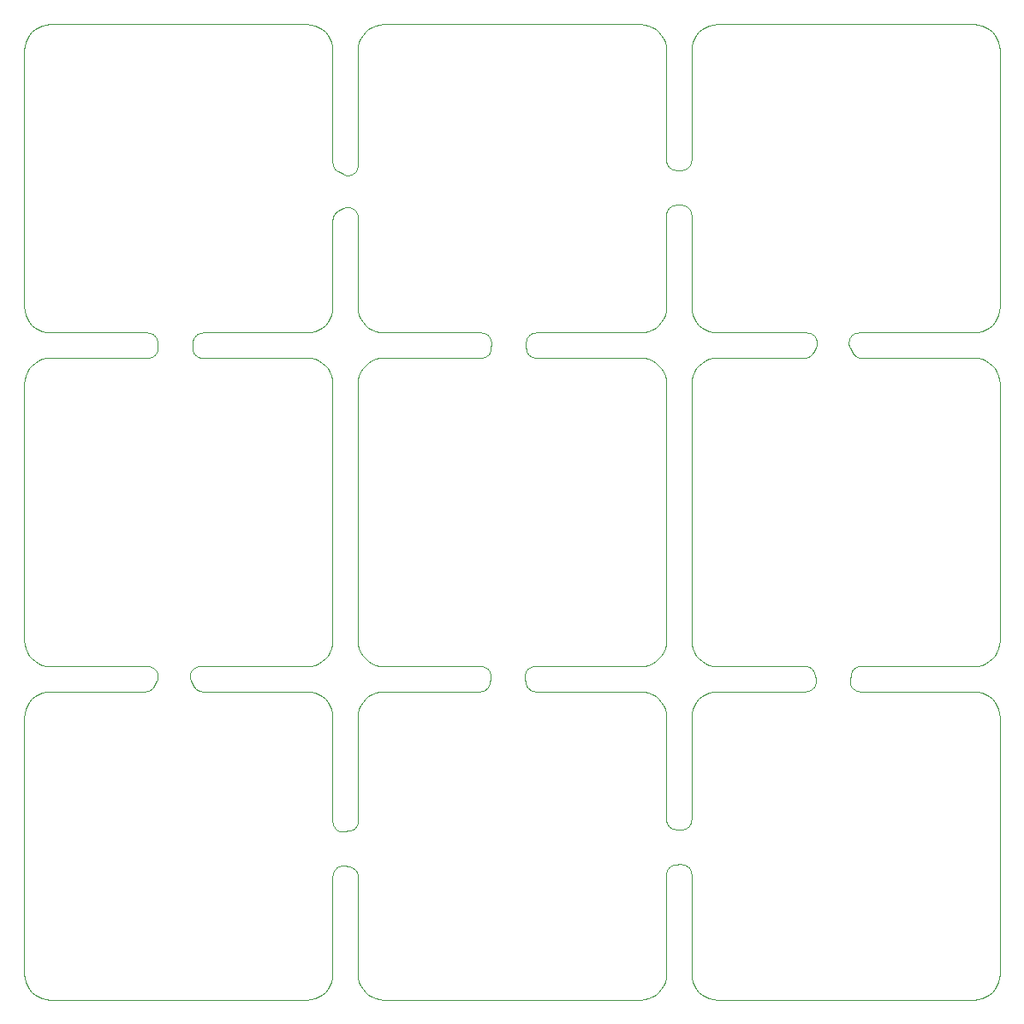
<source format=gko>
%MOIN*%
%OFA0B0*%
%FSLAX44Y44*%
%IPPOS*%
%LPD*%
%ADD10C,0*%
D10*
X00024984Y00011000D02*
X00024984Y00011000D01*
X00024971Y00011156D01*
X00024935Y00011309D01*
X00024875Y00011453D01*
X00024793Y00011587D01*
X00024691Y00011707D01*
X00024572Y00011809D01*
X00024438Y00011891D01*
X00024293Y00011951D01*
X00024140Y00011987D01*
X00023984Y00012000D01*
X00019907Y00012000D01*
X00019880Y00012000D01*
X00019853Y00012003D01*
X00019826Y00012008D01*
X00019799Y00012015D01*
X00019773Y00012023D01*
X00019747Y00012033D01*
X00019723Y00012045D01*
X00019699Y00012059D01*
X00019676Y00012074D01*
X00019655Y00012091D01*
X00019634Y00012110D01*
X00019615Y00012129D01*
X00019597Y00012150D01*
X00019581Y00012173D01*
X00019567Y00012196D01*
X00019554Y00012220D01*
X00019542Y00012245D01*
X00019533Y00012271D01*
X00019525Y00012297D01*
X00019520Y00012324D01*
X00019485Y00012521D01*
X00019480Y00012555D01*
X00019478Y00012589D01*
X00019480Y00012624D01*
X00019484Y00012658D01*
X00019492Y00012691D01*
X00019502Y00012724D01*
X00019515Y00012756D01*
X00019531Y00012786D01*
X00019549Y00012815D01*
X00019570Y00012843D01*
X00019593Y00012868D01*
X00019619Y00012891D01*
X00019646Y00012912D01*
X00019675Y00012931D01*
X00019705Y00012947D01*
X00019737Y00012960D01*
X00019770Y00012970D01*
X00019804Y00012978D01*
X00019838Y00012982D01*
X00019872Y00012984D01*
X00023984Y00012984D01*
X00024140Y00012996D01*
X00024293Y00013033D01*
X00024438Y00013093D01*
X00024572Y00013175D01*
X00024691Y00013277D01*
X00024793Y00013396D01*
X00024875Y00013530D01*
X00024935Y00013675D01*
X00024971Y00013827D01*
X00024984Y00013984D01*
X00024984Y00023984D01*
X00024971Y00024140D01*
X00024935Y00024293D01*
X00024875Y00024438D01*
X00024793Y00024572D01*
X00024691Y00024691D01*
X00024572Y00024793D01*
X00024438Y00024875D01*
X00024293Y00024935D01*
X00024140Y00024971D01*
X00023984Y00024984D01*
X00019926Y00024984D01*
X00019895Y00024985D01*
X00019865Y00024988D01*
X00019835Y00024994D01*
X00019806Y00025002D01*
X00019778Y00025013D01*
X00019750Y00025025D01*
X00019723Y00025040D01*
X00019698Y00025056D01*
X00019674Y00025075D01*
X00019651Y00025095D01*
X00019630Y00025117D01*
X00019611Y00025140D01*
X00019594Y00025165D01*
X00019578Y00025192D01*
X00019565Y00025219D01*
X00019554Y00025247D01*
X00019545Y00025276D01*
X00019538Y00025306D01*
X00019534Y00025336D01*
X00019532Y00025366D01*
X00019526Y00025563D01*
X00019526Y00025594D01*
X00019529Y00025626D01*
X00019535Y00025657D01*
X00019542Y00025687D01*
X00019553Y00025717D01*
X00019565Y00025746D01*
X00019580Y00025774D01*
X00019597Y00025800D01*
X00019616Y00025825D01*
X00019637Y00025849D01*
X00019660Y00025870D01*
X00019685Y00025890D01*
X00019711Y00025908D01*
X00019738Y00025923D01*
X00019766Y00025937D01*
X00019796Y00025948D01*
X00019826Y00025957D01*
X00019857Y00025963D01*
X00019888Y00025967D01*
X00019920Y00025968D01*
X00023984Y00025968D01*
X00024140Y00025980D01*
X00024293Y00026017D01*
X00024438Y00026077D01*
X00024572Y00026159D01*
X00024691Y00026261D01*
X00024793Y00026380D01*
X00024875Y00026514D01*
X00024935Y00026659D01*
X00024971Y00026812D01*
X00024984Y00026968D01*
X00024984Y00030542D01*
X00024985Y00030573D01*
X00024989Y00030604D01*
X00024995Y00030634D01*
X00025003Y00030664D01*
X00025014Y00030693D01*
X00025027Y00030721D01*
X00025042Y00030748D01*
X00025059Y00030774D01*
X00025078Y00030798D01*
X00025099Y00030821D01*
X00025122Y00030842D01*
X00025146Y00030861D01*
X00025172Y00030878D01*
X00025199Y00030893D01*
X00025227Y00030906D01*
X00025256Y00030917D01*
X00025286Y00030925D01*
X00025316Y00030931D01*
X00025347Y00030935D01*
X00025378Y00030936D01*
X00025574Y00030936D01*
X00025605Y00030935D01*
X00025636Y00030931D01*
X00025666Y00030925D01*
X00025696Y00030917D01*
X00025725Y00030906D01*
X00025753Y00030893D01*
X00025780Y00030878D01*
X00025806Y00030861D01*
X00025830Y00030842D01*
X00025853Y00030821D01*
X00025874Y00030798D01*
X00025893Y00030774D01*
X00025910Y00030748D01*
X00025925Y00030721D01*
X00025938Y00030693D01*
X00025949Y00030664D01*
X00025957Y00030634D01*
X00025963Y00030604D01*
X00025967Y00030573D01*
X00025968Y00030542D01*
X00025968Y00026968D01*
X00025980Y00026812D01*
X00026017Y00026659D01*
X00026077Y00026514D01*
X00026159Y00026380D01*
X00026261Y00026261D01*
X00026380Y00026159D01*
X00026514Y00026077D01*
X00026659Y00026017D01*
X00026812Y00025980D01*
X00026968Y00025968D01*
X00030456Y00025968D01*
X00030497Y00025966D01*
X00030537Y00025960D01*
X00030576Y00025949D01*
X00030613Y00025935D01*
X00030650Y00025917D01*
X00030684Y00025896D01*
X00030715Y00025871D01*
X00030744Y00025843D01*
X00030770Y00025812D01*
X00030793Y00025778D01*
X00030812Y00025743D01*
X00030828Y00025705D01*
X00030839Y00025667D01*
X00030846Y00025627D01*
X00030850Y00025587D01*
X00030849Y00025546D01*
X00030844Y00025506D01*
X00030835Y00025467D01*
X00030822Y00025429D01*
X00030805Y00025392D01*
X00030702Y00025195D01*
X00030692Y00025176D01*
X00030680Y00025158D01*
X00030668Y00025141D01*
X00030655Y00025124D01*
X00030640Y00025108D01*
X00030625Y00025093D01*
X00030609Y00025078D01*
X00030593Y00025065D01*
X00030575Y00025052D01*
X00030557Y00025041D01*
X00030539Y00025030D01*
X00030519Y00025021D01*
X00030500Y00025012D01*
X00030480Y00025005D01*
X00030459Y00024998D01*
X00030438Y00024993D01*
X00030417Y00024989D01*
X00030396Y00024986D01*
X00030375Y00024984D01*
X00030353Y00024984D01*
X00026968Y00024984D01*
X00026812Y00024971D01*
X00026659Y00024935D01*
X00026514Y00024875D01*
X00026380Y00024793D01*
X00026261Y00024691D01*
X00026159Y00024572D01*
X00026077Y00024438D01*
X00026017Y00024293D01*
X00025980Y00024140D01*
X00025968Y00023984D01*
X00025968Y00013984D01*
X00025980Y00013827D01*
X00026017Y00013675D01*
X00026077Y00013530D01*
X00026159Y00013396D01*
X00026261Y00013277D01*
X00026380Y00013175D01*
X00026514Y00013093D01*
X00026659Y00013033D01*
X00026812Y00012996D01*
X00026968Y00012984D01*
X00030383Y00012984D01*
X00030411Y00012983D01*
X00030438Y00012980D01*
X00030466Y00012975D01*
X00030493Y00012968D01*
X00030519Y00012959D01*
X00030545Y00012949D01*
X00030570Y00012937D01*
X00030594Y00012922D01*
X00030617Y00012907D01*
X00030639Y00012889D01*
X00030659Y00012871D01*
X00030678Y00012850D01*
X00030696Y00012829D01*
X00030712Y00012806D01*
X00030726Y00012782D01*
X00030739Y00012758D01*
X00030750Y00012732D01*
X00030759Y00012706D01*
X00030766Y00012679D01*
X00030772Y00012652D01*
X00030803Y00012455D01*
X00030807Y00012421D01*
X00030808Y00012387D01*
X00030806Y00012353D01*
X00030801Y00012319D01*
X00030793Y00012286D01*
X00030782Y00012254D01*
X00030769Y00012223D01*
X00030753Y00012193D01*
X00030734Y00012164D01*
X00030713Y00012138D01*
X00030690Y00012113D01*
X00030665Y00012090D01*
X00030638Y00012069D01*
X00030609Y00012051D01*
X00030579Y00012036D01*
X00030547Y00012023D01*
X00030515Y00012013D01*
X00030482Y00012005D01*
X00030448Y00012001D01*
X00030414Y00012000D01*
X00026968Y00012000D01*
X00026812Y00011987D01*
X00026659Y00011951D01*
X00026514Y00011891D01*
X00026380Y00011809D01*
X00026261Y00011707D01*
X00026159Y00011587D01*
X00026077Y00011453D01*
X00026017Y00011309D01*
X00025980Y00011156D01*
X00025968Y00011000D01*
X00025968Y00007016D01*
X00025967Y00006984D01*
X00025963Y00006953D01*
X00025957Y00006922D01*
X00025948Y00006892D01*
X00025937Y00006863D01*
X00025923Y00006834D01*
X00025908Y00006807D01*
X00025890Y00006781D01*
X00025870Y00006756D01*
X00025849Y00006733D01*
X00025825Y00006712D01*
X00025800Y00006693D01*
X00025774Y00006676D01*
X00025746Y00006662D01*
X00025717Y00006649D01*
X00025687Y00006639D01*
X00025657Y00006631D01*
X00025626Y00006626D01*
X00025594Y00006623D01*
X00025563Y00006622D01*
X00025366Y00006628D01*
X00025336Y00006630D01*
X00025306Y00006635D01*
X00025276Y00006641D01*
X00025247Y00006650D01*
X00025219Y00006661D01*
X00025191Y00006675D01*
X00025165Y00006690D01*
X00025140Y00006707D01*
X00025117Y00006727D01*
X00025095Y00006748D01*
X00025075Y00006770D01*
X00025056Y00006794D01*
X00025040Y00006820D01*
X00025025Y00006846D01*
X00025013Y00006874D01*
X00025002Y00006902D01*
X00024994Y00006932D01*
X00024988Y00006961D01*
X00024985Y00006991D01*
X00024984Y00007022D01*
X00024984Y00011000D01*
X00011999Y00011000D02*
X00011999Y00011000D01*
X00011987Y00011156D01*
X00011951Y00011309D01*
X00011891Y00011453D01*
X00011809Y00011587D01*
X00011707Y00011707D01*
X00011587Y00011809D01*
X00011453Y00011891D01*
X00011309Y00011951D01*
X00011156Y00011987D01*
X00011000Y00012000D01*
X00006937Y00012000D01*
X00006915Y00012000D01*
X00006894Y00012002D01*
X00006873Y00012005D01*
X00006852Y00012009D01*
X00006831Y00012014D01*
X00006810Y00012020D01*
X00006790Y00012028D01*
X00006770Y00012036D01*
X00006751Y00012046D01*
X00006732Y00012057D01*
X00006714Y00012068D01*
X00006697Y00012081D01*
X00006680Y00012095D01*
X00006664Y00012109D01*
X00006649Y00012124D01*
X00006635Y00012141D01*
X00006622Y00012157D01*
X00006609Y00012175D01*
X00006598Y00012193D01*
X00006587Y00012212D01*
X00006485Y00012409D01*
X00006469Y00012446D01*
X00006456Y00012484D01*
X00006447Y00012523D01*
X00006442Y00012563D01*
X00006441Y00012603D01*
X00006445Y00012644D01*
X00006452Y00012683D01*
X00006464Y00012722D01*
X00006479Y00012759D01*
X00006498Y00012795D01*
X00006521Y00012828D01*
X00006547Y00012859D01*
X00006576Y00012887D01*
X00006608Y00012912D01*
X00006642Y00012933D01*
X00006678Y00012951D01*
X00006716Y00012965D01*
X00006755Y00012976D01*
X00006794Y00012982D01*
X00006835Y00012984D01*
X00011000Y00012984D01*
X00011156Y00012996D01*
X00011309Y00013033D01*
X00011453Y00013093D01*
X00011587Y00013175D01*
X00011707Y00013277D01*
X00011809Y00013396D01*
X00011891Y00013530D01*
X00011951Y00013675D01*
X00011987Y00013827D01*
X00011999Y00013984D01*
X00011999Y00023984D01*
X00011987Y00024140D01*
X00011951Y00024293D01*
X00011891Y00024438D01*
X00011809Y00024572D01*
X00011707Y00024691D01*
X00011587Y00024793D01*
X00011453Y00024875D01*
X00011309Y00024935D01*
X00011156Y00024971D01*
X00011000Y00024984D01*
X00006930Y00024984D01*
X00006897Y00024985D01*
X00006865Y00024989D01*
X00006833Y00024996D01*
X00006801Y00025005D01*
X00006771Y00025017D01*
X00006741Y00025032D01*
X00006713Y00025049D01*
X00006687Y00025068D01*
X00006662Y00025089D01*
X00006639Y00025112D01*
X00006618Y00025138D01*
X00006599Y00025164D01*
X00006582Y00025193D01*
X00006568Y00025222D01*
X00006556Y00025253D01*
X00006547Y00025284D01*
X00006541Y00025316D01*
X00006537Y00025349D01*
X00006536Y00025382D01*
X00006538Y00025414D01*
X00006556Y00025611D01*
X00006560Y00025640D01*
X00006566Y00025668D01*
X00006574Y00025696D01*
X00006584Y00025724D01*
X00006596Y00025750D01*
X00006610Y00025776D01*
X00006626Y00025800D01*
X00006643Y00025823D01*
X00006663Y00025845D01*
X00006683Y00025865D01*
X00006706Y00025884D01*
X00006729Y00025901D01*
X00006754Y00025917D01*
X00006780Y00025930D01*
X00006806Y00025941D01*
X00006834Y00025951D01*
X00006862Y00025958D01*
X00006890Y00025964D01*
X00006919Y00025967D01*
X00006948Y00025968D01*
X00011000Y00025968D01*
X00011156Y00025980D01*
X00011309Y00026017D01*
X00011453Y00026077D01*
X00011587Y00026159D01*
X00011707Y00026261D01*
X00011809Y00026380D01*
X00011891Y00026514D01*
X00011951Y00026659D01*
X00011987Y00026812D01*
X00011999Y00026968D01*
X00011999Y00030354D01*
X00012000Y00030375D01*
X00012002Y00030397D01*
X00012005Y00030418D01*
X00012009Y00030439D01*
X00012014Y00030460D01*
X00012020Y00030480D01*
X00012028Y00030501D01*
X00012036Y00030520D01*
X00012046Y00030539D01*
X00012057Y00030558D01*
X00012068Y00030576D01*
X00012081Y00030594D01*
X00012095Y00030610D01*
X00012109Y00030626D01*
X00012124Y00030641D01*
X00012141Y00030656D01*
X00012157Y00030669D01*
X00012175Y00030681D01*
X00012193Y00030693D01*
X00012212Y00030703D01*
X00012409Y00030805D01*
X00012446Y00030822D01*
X00012484Y00030835D01*
X00012523Y00030844D01*
X00012563Y00030849D01*
X00012603Y00030849D01*
X00012644Y00030846D01*
X00012683Y00030838D01*
X00012722Y00030827D01*
X00012759Y00030811D01*
X00012795Y00030792D01*
X00012828Y00030769D01*
X00012859Y00030744D01*
X00012887Y00030715D01*
X00012912Y00030683D01*
X00012933Y00030649D01*
X00012951Y00030613D01*
X00012965Y00030575D01*
X00012976Y00030536D01*
X00012982Y00030496D01*
X00012984Y00030456D01*
X00012984Y00026968D01*
X00012996Y00026812D01*
X00013033Y00026659D01*
X00013093Y00026514D01*
X00013175Y00026380D01*
X00013277Y00026261D01*
X00013396Y00026159D01*
X00013530Y00026077D01*
X00013675Y00026017D01*
X00013827Y00025980D01*
X00013984Y00025968D01*
X00017778Y00025968D01*
X00017810Y00025967D01*
X00017841Y00025963D01*
X00017872Y00025957D01*
X00017902Y00025948D01*
X00017932Y00025937D01*
X00017960Y00025923D01*
X00017987Y00025908D01*
X00018013Y00025890D01*
X00018038Y00025870D01*
X00018061Y00025849D01*
X00018082Y00025825D01*
X00018101Y00025800D01*
X00018118Y00025774D01*
X00018133Y00025746D01*
X00018145Y00025717D01*
X00018155Y00025687D01*
X00018163Y00025657D01*
X00018169Y00025626D01*
X00018171Y00025594D01*
X00018172Y00025563D01*
X00018166Y00025366D01*
X00018164Y00025336D01*
X00018159Y00025306D01*
X00018153Y00025276D01*
X00018144Y00025247D01*
X00018133Y00025219D01*
X00018119Y00025192D01*
X00018104Y00025165D01*
X00018087Y00025140D01*
X00018068Y00025117D01*
X00018047Y00025095D01*
X00018024Y00025075D01*
X00018000Y00025056D01*
X00017975Y00025040D01*
X00017948Y00025025D01*
X00017920Y00025013D01*
X00017892Y00025002D01*
X00017863Y00024994D01*
X00017833Y00024988D01*
X00017803Y00024985D01*
X00017772Y00024984D01*
X00013984Y00024984D01*
X00013827Y00024971D01*
X00013675Y00024935D01*
X00013530Y00024875D01*
X00013396Y00024793D01*
X00013277Y00024691D01*
X00013175Y00024572D01*
X00013093Y00024438D01*
X00013033Y00024293D01*
X00012996Y00024140D01*
X00012984Y00023984D01*
X00012984Y00013984D01*
X00012996Y00013827D01*
X00013033Y00013675D01*
X00013093Y00013530D01*
X00013175Y00013396D01*
X00013277Y00013277D01*
X00013396Y00013175D01*
X00013530Y00013093D01*
X00013675Y00013033D01*
X00013827Y00012996D01*
X00013984Y00012984D01*
X00017762Y00012984D01*
X00017796Y00012982D01*
X00017830Y00012978D01*
X00017864Y00012970D01*
X00017896Y00012960D01*
X00017928Y00012947D01*
X00017959Y00012931D01*
X00017988Y00012912D01*
X00018015Y00012891D01*
X00018040Y00012868D01*
X00018063Y00012843D01*
X00018084Y00012815D01*
X00018103Y00012786D01*
X00018119Y00012756D01*
X00018132Y00012724D01*
X00018142Y00012691D01*
X00018149Y00012658D01*
X00018154Y00012624D01*
X00018155Y00012589D01*
X00018154Y00012555D01*
X00018149Y00012521D01*
X00018114Y00012324D01*
X00018108Y00012297D01*
X00018101Y00012271D01*
X00018091Y00012245D01*
X00018080Y00012220D01*
X00018067Y00012196D01*
X00018052Y00012173D01*
X00018036Y00012150D01*
X00018019Y00012129D01*
X00017999Y00012110D01*
X00017979Y00012091D01*
X00017957Y00012074D01*
X00017935Y00012059D01*
X00017911Y00012045D01*
X00017886Y00012033D01*
X00017861Y00012023D01*
X00017835Y00012015D01*
X00017808Y00012008D01*
X00017781Y00012003D01*
X00017754Y00012000D01*
X00017726Y00012000D01*
X00013984Y00012000D01*
X00013827Y00011987D01*
X00013675Y00011951D01*
X00013530Y00011891D01*
X00013396Y00011809D01*
X00013277Y00011707D01*
X00013175Y00011587D01*
X00013093Y00011453D01*
X00013033Y00011309D01*
X00012996Y00011156D01*
X00012984Y00011000D01*
X00012984Y00006962D01*
X00012983Y00006934D01*
X00012980Y00006906D01*
X00012975Y00006879D01*
X00012968Y00006852D01*
X00012959Y00006825D01*
X00012949Y00006799D01*
X00012937Y00006775D01*
X00012922Y00006751D01*
X00012907Y00006728D01*
X00012889Y00006706D01*
X00012871Y00006685D01*
X00012850Y00006666D01*
X00012829Y00006649D01*
X00012806Y00006632D01*
X00012782Y00006618D01*
X00012758Y00006605D01*
X00012732Y00006594D01*
X00012706Y00006585D01*
X00012679Y00006578D01*
X00012652Y00006573D01*
X00012455Y00006541D01*
X00012421Y00006538D01*
X00012387Y00006537D01*
X00012353Y00006539D01*
X00012319Y00006544D01*
X00012286Y00006551D01*
X00012254Y00006562D01*
X00012223Y00006575D01*
X00012193Y00006591D01*
X00012164Y00006610D01*
X00012138Y00006631D01*
X00012113Y00006654D01*
X00012090Y00006679D01*
X00012069Y00006706D01*
X00012051Y00006735D01*
X00012036Y00006766D01*
X00012023Y00006797D01*
X00012013Y00006829D01*
X00012005Y00006863D01*
X00012001Y00006896D01*
X00011999Y00006930D01*
X00011999Y00011000D01*
X00000999Y00000000D02*
X00000999Y00000000D01*
X00011000Y00000000D01*
X00011156Y00000012D01*
X00011309Y00000048D01*
X00011453Y00000108D01*
X00011587Y00000190D01*
X00011707Y00000292D01*
X00011809Y00000412D01*
X00011891Y00000546D01*
X00011951Y00000690D01*
X00011987Y00000843D01*
X00011999Y00001000D01*
X00011999Y00004815D01*
X00012001Y00004849D01*
X00012005Y00004883D01*
X00012013Y00004916D01*
X00012023Y00004949D01*
X00012036Y00004980D01*
X00012051Y00005010D01*
X00012069Y00005039D01*
X00012090Y00005066D01*
X00012113Y00005092D01*
X00012138Y00005115D01*
X00012164Y00005136D01*
X00012193Y00005154D01*
X00012223Y00005170D01*
X00012254Y00005184D01*
X00012286Y00005194D01*
X00012319Y00005202D01*
X00012353Y00005207D01*
X00012387Y00005209D01*
X00012421Y00005208D01*
X00012455Y00005204D01*
X00012652Y00005173D01*
X00012679Y00005168D01*
X00012706Y00005161D01*
X00012732Y00005151D01*
X00012758Y00005140D01*
X00012782Y00005128D01*
X00012806Y00005113D01*
X00012829Y00005097D01*
X00012850Y00005080D01*
X00012871Y00005060D01*
X00012889Y00005040D01*
X00012907Y00005018D01*
X00012922Y00004995D01*
X00012937Y00004971D01*
X00012949Y00004946D01*
X00012959Y00004921D01*
X00012968Y00004894D01*
X00012975Y00004867D01*
X00012980Y00004840D01*
X00012983Y00004812D01*
X00012984Y00004784D01*
X00012984Y00001000D01*
X00012996Y00000843D01*
X00013033Y00000690D01*
X00013093Y00000546D01*
X00013175Y00000412D01*
X00013277Y00000292D01*
X00013396Y00000190D01*
X00013530Y00000108D01*
X00013675Y00000048D01*
X00013827Y00000012D01*
X00013984Y00000000D01*
X00023984Y00000000D01*
X00024140Y00000012D01*
X00024293Y00000048D01*
X00024438Y00000108D01*
X00024572Y00000190D01*
X00024691Y00000292D01*
X00024793Y00000412D01*
X00024875Y00000546D01*
X00024935Y00000690D01*
X00024971Y00000843D01*
X00024984Y00001000D01*
X00024984Y00004869D01*
X00024985Y00004899D01*
X00024988Y00004929D01*
X00024994Y00004959D01*
X00025002Y00004988D01*
X00025013Y00005017D01*
X00025025Y00005044D01*
X00025040Y00005071D01*
X00025056Y00005096D01*
X00025075Y00005120D01*
X00025095Y00005143D01*
X00025117Y00005164D01*
X00025140Y00005183D01*
X00025165Y00005200D01*
X00025191Y00005216D01*
X00025219Y00005229D01*
X00025247Y00005240D01*
X00025276Y00005249D01*
X00025306Y00005256D01*
X00025336Y00005260D01*
X00025366Y00005262D01*
X00025563Y00005268D01*
X00025594Y00005268D01*
X00025626Y00005265D01*
X00025657Y00005259D01*
X00025687Y00005252D01*
X00025717Y00005241D01*
X00025746Y00005229D01*
X00025774Y00005214D01*
X00025800Y00005197D01*
X00025825Y00005178D01*
X00025849Y00005157D01*
X00025870Y00005134D01*
X00025890Y00005110D01*
X00025908Y00005084D01*
X00025923Y00005056D01*
X00025937Y00005028D01*
X00025948Y00004998D01*
X00025957Y00004968D01*
X00025963Y00004937D01*
X00025967Y00004906D01*
X00025968Y00004874D01*
X00025968Y00001000D01*
X00025980Y00000843D01*
X00026017Y00000690D01*
X00026077Y00000546D01*
X00026159Y00000412D01*
X00026261Y00000292D01*
X00026380Y00000190D01*
X00026514Y00000108D01*
X00026659Y00000048D01*
X00026812Y00000012D01*
X00026968Y00000000D01*
X00036968Y00000000D01*
X00037124Y00000012D01*
X00037277Y00000048D01*
X00037422Y00000108D01*
X00037556Y00000190D01*
X00037675Y00000292D01*
X00037777Y00000412D01*
X00037859Y00000546D01*
X00037919Y00000690D01*
X00037956Y00000843D01*
X00037968Y00001000D01*
X00037968Y00011000D01*
X00037956Y00011156D01*
X00037919Y00011309D01*
X00037859Y00011453D01*
X00037777Y00011587D01*
X00037675Y00011707D01*
X00037556Y00011809D01*
X00037422Y00011891D01*
X00037277Y00011951D01*
X00037124Y00011987D01*
X00036968Y00012000D01*
X00032529Y00012000D01*
X00032495Y00012001D01*
X00032461Y00012005D01*
X00032428Y00012013D01*
X00032396Y00012023D01*
X00032364Y00012036D01*
X00032334Y00012051D01*
X00032305Y00012069D01*
X00032278Y00012090D01*
X00032253Y00012113D01*
X00032230Y00012138D01*
X00032209Y00012164D01*
X00032190Y00012193D01*
X00032174Y00012223D01*
X00032161Y00012254D01*
X00032150Y00012286D01*
X00032142Y00012319D01*
X00032137Y00012353D01*
X00032135Y00012387D01*
X00032136Y00012421D01*
X00032140Y00012455D01*
X00032171Y00012652D01*
X00032177Y00012679D01*
X00032184Y00012706D01*
X00032193Y00012732D01*
X00032204Y00012758D01*
X00032217Y00012782D01*
X00032231Y00012806D01*
X00032247Y00012829D01*
X00032265Y00012850D01*
X00032284Y00012871D01*
X00032304Y00012889D01*
X00032326Y00012907D01*
X00032349Y00012922D01*
X00032373Y00012937D01*
X00032398Y00012949D01*
X00032424Y00012959D01*
X00032450Y00012968D01*
X00032477Y00012975D01*
X00032505Y00012980D01*
X00032532Y00012983D01*
X00032560Y00012984D01*
X00036968Y00012984D01*
X00037124Y00012996D01*
X00037277Y00013033D01*
X00037422Y00013093D01*
X00037556Y00013175D01*
X00037675Y00013277D01*
X00037777Y00013396D01*
X00037859Y00013530D01*
X00037919Y00013675D01*
X00037956Y00013827D01*
X00037968Y00013984D01*
X00037968Y00023984D01*
X00037956Y00024140D01*
X00037919Y00024293D01*
X00037859Y00024438D01*
X00037777Y00024572D01*
X00037675Y00024691D01*
X00037556Y00024793D01*
X00037422Y00024875D01*
X00037277Y00024935D01*
X00037124Y00024971D01*
X00036968Y00024984D01*
X00032590Y00024984D01*
X00032568Y00024984D01*
X00032547Y00024986D01*
X00032526Y00024989D01*
X00032505Y00024993D01*
X00032484Y00024998D01*
X00032463Y00025005D01*
X00032443Y00025012D01*
X00032423Y00025021D01*
X00032404Y00025030D01*
X00032386Y00025041D01*
X00032368Y00025052D01*
X00032350Y00025065D01*
X00032334Y00025078D01*
X00032318Y00025093D01*
X00032303Y00025108D01*
X00032288Y00025124D01*
X00032275Y00025141D01*
X00032263Y00025158D01*
X00032251Y00025176D01*
X00032241Y00025195D01*
X00032138Y00025392D01*
X00032121Y00025429D01*
X00032108Y00025467D01*
X00032099Y00025506D01*
X00032094Y00025546D01*
X00032093Y00025587D01*
X00032096Y00025627D01*
X00032104Y00025667D01*
X00032115Y00025705D01*
X00032131Y00025743D01*
X00032150Y00025778D01*
X00032172Y00025812D01*
X00032198Y00025843D01*
X00032227Y00025871D01*
X00032259Y00025896D01*
X00032293Y00025917D01*
X00032329Y00025935D01*
X00032367Y00025949D01*
X00032406Y00025960D01*
X00032446Y00025966D01*
X00032487Y00025968D01*
X00036968Y00025968D01*
X00037124Y00025980D01*
X00037277Y00026017D01*
X00037422Y00026077D01*
X00037556Y00026159D01*
X00037675Y00026261D01*
X00037777Y00026380D01*
X00037859Y00026514D01*
X00037919Y00026659D01*
X00037956Y00026812D01*
X00037968Y00026968D01*
X00037968Y00036968D01*
X00037956Y00037124D01*
X00037919Y00037277D01*
X00037859Y00037422D01*
X00037777Y00037556D01*
X00037675Y00037675D01*
X00037556Y00037777D01*
X00037422Y00037859D01*
X00037277Y00037919D01*
X00037124Y00037956D01*
X00036968Y00037968D01*
X00026968Y00037968D01*
X00026812Y00037956D01*
X00026659Y00037919D01*
X00026514Y00037859D01*
X00026380Y00037777D01*
X00026261Y00037675D01*
X00026159Y00037556D01*
X00026077Y00037422D01*
X00026017Y00037277D01*
X00025980Y00037124D01*
X00025968Y00036968D01*
X00025968Y00032690D01*
X00025967Y00032659D01*
X00025963Y00032628D01*
X00025957Y00032598D01*
X00025949Y00032568D01*
X00025938Y00032539D01*
X00025925Y00032511D01*
X00025910Y00032484D01*
X00025893Y00032458D01*
X00025874Y00032434D01*
X00025853Y00032411D01*
X00025830Y00032390D01*
X00025806Y00032371D01*
X00025780Y00032354D01*
X00025753Y00032339D01*
X00025725Y00032326D01*
X00025696Y00032315D01*
X00025666Y00032307D01*
X00025636Y00032301D01*
X00025605Y00032297D01*
X00025574Y00032296D01*
X00025378Y00032296D01*
X00025347Y00032297D01*
X00025316Y00032301D01*
X00025286Y00032307D01*
X00025256Y00032315D01*
X00025227Y00032326D01*
X00025199Y00032339D01*
X00025172Y00032354D01*
X00025146Y00032371D01*
X00025122Y00032390D01*
X00025099Y00032411D01*
X00025078Y00032434D01*
X00025059Y00032458D01*
X00025042Y00032484D01*
X00025027Y00032511D01*
X00025014Y00032539D01*
X00025003Y00032568D01*
X00024995Y00032598D01*
X00024989Y00032628D01*
X00024985Y00032659D01*
X00024984Y00032690D01*
X00024984Y00036968D01*
X00024971Y00037124D01*
X00024935Y00037277D01*
X00024875Y00037422D01*
X00024793Y00037556D01*
X00024691Y00037675D01*
X00024572Y00037777D01*
X00024438Y00037859D01*
X00024293Y00037919D01*
X00024140Y00037956D01*
X00023984Y00037968D01*
X00013984Y00037968D01*
X00013827Y00037956D01*
X00013675Y00037919D01*
X00013530Y00037859D01*
X00013396Y00037777D01*
X00013277Y00037675D01*
X00013175Y00037556D01*
X00013093Y00037422D01*
X00013033Y00037277D01*
X00012996Y00037124D01*
X00012984Y00036968D01*
X00012984Y00032487D01*
X00012982Y00032447D01*
X00012976Y00032407D01*
X00012965Y00032368D01*
X00012951Y00032330D01*
X00012933Y00032294D01*
X00012912Y00032260D01*
X00012887Y00032228D01*
X00012859Y00032199D01*
X00012828Y00032173D01*
X00012795Y00032151D01*
X00012759Y00032132D01*
X00012722Y00032116D01*
X00012683Y00032105D01*
X00012644Y00032097D01*
X00012603Y00032094D01*
X00012563Y00032094D01*
X00012523Y00032099D01*
X00012484Y00032108D01*
X00012446Y00032121D01*
X00012409Y00032138D01*
X00012212Y00032240D01*
X00012193Y00032250D01*
X00012175Y00032262D01*
X00012157Y00032274D01*
X00012141Y00032287D01*
X00012124Y00032302D01*
X00012109Y00032317D01*
X00012095Y00032333D01*
X00012081Y00032349D01*
X00012068Y00032367D01*
X00012057Y00032385D01*
X00012046Y00032403D01*
X00012036Y00032423D01*
X00012028Y00032442D01*
X00012020Y00032463D01*
X00012014Y00032483D01*
X00012009Y00032504D01*
X00012005Y00032525D01*
X00012002Y00032546D01*
X00012000Y00032568D01*
X00011999Y00032589D01*
X00011999Y00036968D01*
X00011987Y00037124D01*
X00011951Y00037277D01*
X00011891Y00037422D01*
X00011809Y00037556D01*
X00011707Y00037675D01*
X00011587Y00037777D01*
X00011453Y00037859D01*
X00011309Y00037919D01*
X00011156Y00037956D01*
X00011000Y00037968D01*
X00000999Y00037968D01*
X00000843Y00037956D01*
X00000690Y00037919D01*
X00000546Y00037859D01*
X00000412Y00037777D01*
X00000292Y00037675D01*
X00000190Y00037556D01*
X00000108Y00037422D01*
X00000048Y00037277D01*
X00000012Y00037124D01*
X00000000Y00036968D01*
X00000000Y00026968D01*
X00000012Y00026812D01*
X00000048Y00026659D01*
X00000108Y00026514D01*
X00000190Y00026380D01*
X00000292Y00026261D01*
X00000412Y00026159D01*
X00000546Y00026077D01*
X00000690Y00026017D01*
X00000843Y00025980D01*
X00000999Y00025968D01*
X00004783Y00025968D01*
X00004812Y00025967D01*
X00004841Y00025964D01*
X00004869Y00025958D01*
X00004898Y00025951D01*
X00004925Y00025941D01*
X00004952Y00025930D01*
X00004978Y00025917D01*
X00005002Y00025901D01*
X00005026Y00025884D01*
X00005048Y00025865D01*
X00005069Y00025845D01*
X00005088Y00025823D01*
X00005105Y00025800D01*
X00005121Y00025776D01*
X00005135Y00025750D01*
X00005147Y00025724D01*
X00005157Y00025696D01*
X00005165Y00025668D01*
X00005171Y00025640D01*
X00005175Y00025611D01*
X00005193Y00025414D01*
X00005195Y00025382D01*
X00005194Y00025349D01*
X00005190Y00025316D01*
X00005184Y00025284D01*
X00005175Y00025253D01*
X00005163Y00025222D01*
X00005149Y00025193D01*
X00005132Y00025164D01*
X00005114Y00025138D01*
X00005093Y00025112D01*
X00005069Y00025089D01*
X00005045Y00025068D01*
X00005018Y00025049D01*
X00004990Y00025032D01*
X00004961Y00025017D01*
X00004930Y00025005D01*
X00004899Y00024996D01*
X00004867Y00024989D01*
X00004834Y00024985D01*
X00004801Y00024984D01*
X00000999Y00024984D01*
X00000843Y00024971D01*
X00000690Y00024935D01*
X00000546Y00024875D01*
X00000412Y00024793D01*
X00000292Y00024691D01*
X00000190Y00024572D01*
X00000108Y00024438D01*
X00000048Y00024293D01*
X00000012Y00024140D01*
X00000000Y00023984D01*
X00000000Y00013984D01*
X00000012Y00013827D01*
X00000048Y00013675D01*
X00000108Y00013530D01*
X00000190Y00013396D01*
X00000292Y00013277D01*
X00000412Y00013175D01*
X00000546Y00013093D01*
X00000690Y00013033D01*
X00000843Y00012996D01*
X00000999Y00012984D01*
X00004803Y00012984D01*
X00004844Y00012982D01*
X00004883Y00012976D01*
X00004922Y00012965D01*
X00004960Y00012951D01*
X00004996Y00012933D01*
X00005030Y00012912D01*
X00005062Y00012887D01*
X00005091Y00012859D01*
X00005117Y00012828D01*
X00005140Y00012795D01*
X00005159Y00012759D01*
X00005174Y00012722D01*
X00005186Y00012683D01*
X00005193Y00012644D01*
X00005197Y00012603D01*
X00005196Y00012563D01*
X00005191Y00012523D01*
X00005182Y00012484D01*
X00005170Y00012446D01*
X00005153Y00012409D01*
X00005051Y00012212D01*
X00005040Y00012193D01*
X00005029Y00012175D01*
X00005016Y00012157D01*
X00005003Y00012141D01*
X00004989Y00012124D01*
X00004974Y00012109D01*
X00004958Y00012095D01*
X00004941Y00012081D01*
X00004924Y00012068D01*
X00004906Y00012057D01*
X00004887Y00012046D01*
X00004868Y00012036D01*
X00004848Y00012028D01*
X00004828Y00012020D01*
X00004807Y00012014D01*
X00004787Y00012009D01*
X00004765Y00012005D01*
X00004744Y00012002D01*
X00004723Y00012000D01*
X00004701Y00012000D01*
X00000999Y00012000D01*
X00000843Y00011987D01*
X00000690Y00011951D01*
X00000546Y00011891D01*
X00000412Y00011809D01*
X00000292Y00011707D01*
X00000190Y00011587D01*
X00000108Y00011453D01*
X00000048Y00011309D01*
X00000012Y00011156D01*
X00000000Y00011000D01*
X00000000Y00001000D01*
X00000012Y00000843D01*
X00000048Y00000690D01*
X00000108Y00000546D01*
X00000190Y00000412D01*
X00000292Y00000292D01*
X00000412Y00000190D01*
X00000546Y00000108D01*
X00000690Y00000048D01*
X00000843Y00000012D01*
X00000999Y00000000D01*
M02*
</source>
